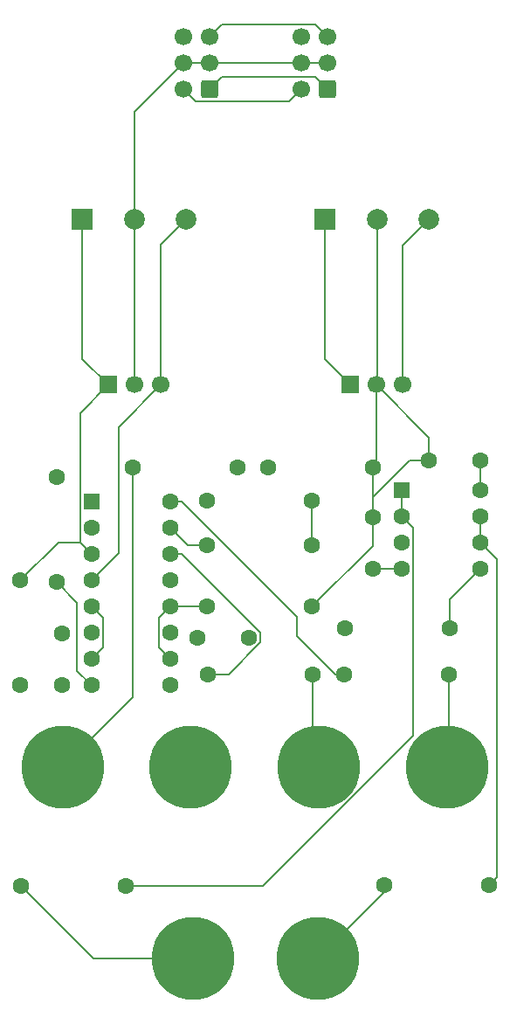
<source format=gbr>
%TF.GenerationSoftware,KiCad,Pcbnew,9.0.6*%
%TF.CreationDate,2026-01-21T23:26:13+11:00*%
%TF.ProjectId,voltage-controlled-amplifier,766f6c74-6167-4652-9d63-6f6e74726f6c,rev?*%
%TF.SameCoordinates,Original*%
%TF.FileFunction,Copper,L1,Top*%
%TF.FilePolarity,Positive*%
%FSLAX46Y46*%
G04 Gerber Fmt 4.6, Leading zero omitted, Abs format (unit mm)*
G04 Created by KiCad (PCBNEW 9.0.6) date 2026-01-21 23:26:13*
%MOMM*%
%LPD*%
G01*
G04 APERTURE LIST*
G04 Aperture macros list*
%AMRoundRect*
0 Rectangle with rounded corners*
0 $1 Rounding radius*
0 $2 $3 $4 $5 $6 $7 $8 $9 X,Y pos of 4 corners*
0 Add a 4 corners polygon primitive as box body*
4,1,4,$2,$3,$4,$5,$6,$7,$8,$9,$2,$3,0*
0 Add four circle primitives for the rounded corners*
1,1,$1+$1,$2,$3*
1,1,$1+$1,$4,$5*
1,1,$1+$1,$6,$7*
1,1,$1+$1,$8,$9*
0 Add four rect primitives between the rounded corners*
20,1,$1+$1,$2,$3,$4,$5,0*
20,1,$1+$1,$4,$5,$6,$7,0*
20,1,$1+$1,$6,$7,$8,$9,0*
20,1,$1+$1,$8,$9,$2,$3,0*%
G04 Aperture macros list end*
%TA.AperFunction,ComponentPad*%
%ADD10C,1.700000*%
%TD*%
%TA.AperFunction,ComponentPad*%
%ADD11RoundRect,0.250000X0.600000X0.600000X-0.600000X0.600000X-0.600000X-0.600000X0.600000X-0.600000X0*%
%TD*%
%TA.AperFunction,ComponentPad*%
%ADD12C,8.000000*%
%TD*%
%TA.AperFunction,ComponentPad*%
%ADD13C,1.600000*%
%TD*%
%TA.AperFunction,ComponentPad*%
%ADD14RoundRect,0.250000X-0.550000X-0.550000X0.550000X-0.550000X0.550000X0.550000X-0.550000X0.550000X0*%
%TD*%
%TA.AperFunction,ComponentPad*%
%ADD15R,1.700000X1.700000*%
%TD*%
%TA.AperFunction,ComponentPad*%
%ADD16R,2.000000X2.000000*%
%TD*%
%TA.AperFunction,ComponentPad*%
%ADD17C,2.000000*%
%TD*%
%TA.AperFunction,Conductor*%
%ADD18C,0.200000*%
%TD*%
G04 APERTURE END LIST*
D10*
%TO.P,J2,6,Pin_6*%
%TO.N,unconnected-(J2-Pin_6-Pad6)*%
X79198158Y-50724480D03*
%TO.P,J2,5,Pin_5*%
%TO.N,5V*%
X81738158Y-50724480D03*
%TO.P,J2,4,Pin_4*%
%TO.N,GND*%
X79198158Y-53264480D03*
%TO.P,J2,3,Pin_3*%
X81738158Y-53264480D03*
%TO.P,J2,2,Pin_2*%
%TO.N,-12V*%
X79198158Y-55804480D03*
D11*
%TO.P,J2,1,Pin_1*%
%TO.N,12V*%
X81738158Y-55804480D03*
%TD*%
D12*
%TO.P,J8,1,Pin_1*%
%TO.N,Net-(J8-Pin_1)*%
X80909369Y-121539141D03*
%TD*%
D13*
%TO.P,R12,1*%
%TO.N,Net-(U2B--)*%
X97429118Y-132963937D03*
%TO.P,R12,2*%
%TO.N,Net-(J10-Pin_1)*%
X87269118Y-132963937D03*
%TD*%
%TO.P,R7,1*%
%TO.N,12V*%
X80211822Y-100000000D03*
%TO.P,R7,2*%
%TO.N,Net-(U1A-DIODE_BIAS)*%
X70051822Y-100000000D03*
%TD*%
D12*
%TO.P,J10,1,Pin_1*%
%TO.N,Net-(J10-Pin_1)*%
X80836603Y-140031574D03*
%TD*%
D11*
%TO.P,J1,1,Pin_1*%
%TO.N,12V*%
X70351278Y-55804480D03*
D10*
%TO.P,J1,2,Pin_2*%
%TO.N,-12V*%
X67811278Y-55804480D03*
%TO.P,J1,3,Pin_3*%
%TO.N,GND*%
X70351278Y-53264480D03*
%TO.P,J1,4,Pin_4*%
X67811278Y-53264480D03*
%TO.P,J1,5,Pin_5*%
%TO.N,5V*%
X70351278Y-50724480D03*
%TO.P,J1,6,Pin_6*%
%TO.N,unconnected-(J1-Pin_6-Pad6)*%
X67811278Y-50724480D03*
%TD*%
D13*
%TO.P,R3,1*%
%TO.N,Net-(R3-Pad1)*%
X73080000Y-92500000D03*
%TO.P,R3,2*%
%TO.N,Net-(J5-Pin_1)*%
X62920000Y-92500000D03*
%TD*%
%TO.P,R5,1*%
%TO.N,Net-(U2A-+)*%
X55500000Y-103580000D03*
%TO.P,R5,2*%
%TO.N,-12V*%
X55500000Y-93420000D03*
%TD*%
D14*
%TO.P,U2,1*%
%TO.N,Net-(U2A--)*%
X89000000Y-94690000D03*
D13*
%TO.P,U2,2,-*%
X89000000Y-97230000D03*
%TO.P,U2,3,+*%
%TO.N,Net-(U2A-+)*%
X89000000Y-99770000D03*
%TO.P,U2,4,V-*%
%TO.N,-12V*%
X89000000Y-102310000D03*
%TO.P,U2,5,+*%
%TO.N,Net-(U2B-+)*%
X96620000Y-102310000D03*
%TO.P,U2,6,-*%
%TO.N,Net-(U2B--)*%
X96620000Y-99770000D03*
%TO.P,U2,7*%
X96620000Y-97230000D03*
%TO.P,U2,8,V+*%
%TO.N,12V*%
X96620000Y-94690000D03*
%TD*%
%TO.P,R9,1*%
%TO.N,GND*%
X80276970Y-105944623D03*
%TO.P,R9,2*%
%TO.N,Net-(R9-Pad2)*%
X70116970Y-105944623D03*
%TD*%
%TO.P,C1,1*%
%TO.N,GND*%
X74183846Y-108938969D03*
%TO.P,C1,2*%
%TO.N,12V*%
X69183846Y-108938969D03*
%TD*%
D15*
%TO.P,RV2,1,1*%
%TO.N,Net-(J7-Pin_1)*%
X83960000Y-84460000D03*
D10*
%TO.P,RV2,2,2*%
%TO.N,GND*%
X86500000Y-84460000D03*
%TO.P,RV2,3,3*%
%TO.N,Net-(J7-Pin_3)*%
X89040000Y-84460000D03*
%TD*%
D13*
%TO.P,R6,1*%
%TO.N,Net-(U2A--)*%
X62247323Y-133004329D03*
%TO.P,R6,2*%
%TO.N,Net-(J6-Pin_1)*%
X52087323Y-133004329D03*
%TD*%
D12*
%TO.P,J9,1,Pin_1*%
%TO.N,Net-(J9-Pin_1)*%
X93399066Y-121506150D03*
%TD*%
D13*
%TO.P,R10,1*%
%TO.N,Net-(R10-Pad1)*%
X83420000Y-112553862D03*
%TO.P,R10,2*%
%TO.N,Net-(J9-Pin_1)*%
X93580000Y-112553862D03*
%TD*%
D12*
%TO.P,J4,1,Pin_1*%
%TO.N,Net-(J4-Pin_1)*%
X68500000Y-121527566D03*
%TD*%
D16*
%TO.P,J7,1,Pin_1*%
%TO.N,Net-(J7-Pin_1)*%
X81500000Y-68395000D03*
D17*
%TO.P,J7,2,Pin_2*%
%TO.N,GND*%
X86580000Y-68395000D03*
%TO.P,J7,3,Pin_3*%
%TO.N,Net-(J7-Pin_3)*%
X91580000Y-68395000D03*
%TD*%
D13*
%TO.P,R11,1*%
%TO.N,Net-(U2B-+)*%
X93660000Y-108000000D03*
%TO.P,R11,2*%
%TO.N,-12V*%
X83500000Y-108000000D03*
%TD*%
%TO.P,R2,1*%
%TO.N,12V*%
X80211822Y-95706162D03*
%TO.P,R2,2*%
%TO.N,Net-(U1C-DIODE_BIAS)*%
X70051822Y-95706162D03*
%TD*%
D12*
%TO.P,J5,1,Pin_1*%
%TO.N,Net-(J5-Pin_1)*%
X56090755Y-121519656D03*
%TD*%
D13*
%TO.P,C4,1*%
%TO.N,-12V*%
X86156346Y-102289996D03*
%TO.P,C4,2*%
%TO.N,GND*%
X86156346Y-97289996D03*
%TD*%
%TO.P,C2,1*%
%TO.N,-12V*%
X55995297Y-108544862D03*
%TO.P,C2,2*%
%TO.N,GND*%
X55995297Y-113544862D03*
%TD*%
D16*
%TO.P,J3,1,Pin_1*%
%TO.N,Net-(J3-Pin_1)*%
X58009532Y-68395000D03*
D17*
%TO.P,J3,2,Pin_2*%
%TO.N,GND*%
X63089532Y-68395000D03*
%TO.P,J3,3,Pin_3*%
%TO.N,Net-(J3-Pin_3)*%
X68089532Y-68395000D03*
%TD*%
D13*
%TO.P,R1,1*%
%TO.N,Net-(J3-Pin_1)*%
X52000000Y-103420000D03*
%TO.P,R1,2*%
%TO.N,Net-(J4-Pin_1)*%
X52000000Y-113580000D03*
%TD*%
D12*
%TO.P,J6,1,Pin_1*%
%TO.N,Net-(J6-Pin_1)*%
X68711444Y-140022181D03*
%TD*%
D15*
%TO.P,RV1,1,1*%
%TO.N,Net-(J3-Pin_1)*%
X60545000Y-84460000D03*
D10*
%TO.P,RV1,2,2*%
%TO.N,GND*%
X63085000Y-84460000D03*
%TO.P,RV1,3,3*%
%TO.N,Net-(J3-Pin_3)*%
X65625000Y-84460000D03*
%TD*%
D13*
%TO.P,R8,1*%
%TO.N,Net-(J7-Pin_1)*%
X70180138Y-112493625D03*
%TO.P,R8,2*%
%TO.N,Net-(J8-Pin_1)*%
X80340138Y-112493625D03*
%TD*%
%TO.P,R4,1*%
%TO.N,GND*%
X86152534Y-92469898D03*
%TO.P,R4,2*%
%TO.N,Net-(R4-Pad2)*%
X75992534Y-92469898D03*
%TD*%
%TO.P,C3,1*%
%TO.N,GND*%
X91610297Y-91804394D03*
%TO.P,C3,2*%
%TO.N,12V*%
X96610297Y-91804394D03*
%TD*%
D14*
%TO.P,U1,1*%
%TO.N,Net-(R3-Pad1)*%
X58887798Y-95784530D03*
D13*
%TO.P,U1,2,DIODE_BIAS*%
%TO.N,Net-(U1C-DIODE_BIAS)*%
X58887798Y-98324530D03*
%TO.P,U1,3,+*%
%TO.N,Net-(J3-Pin_1)*%
X58887798Y-100864530D03*
%TO.P,U1,4,-*%
%TO.N,Net-(J3-Pin_3)*%
X58887798Y-103404530D03*
%TO.P,U1,5*%
%TO.N,Net-(R4-Pad2)*%
X58887798Y-105944530D03*
%TO.P,U1,6,V-*%
%TO.N,-12V*%
X58887798Y-108484530D03*
%TO.P,U1,7*%
%TO.N,Net-(R4-Pad2)*%
X58887798Y-111024530D03*
%TO.P,U1,8*%
%TO.N,Net-(U2A-+)*%
X58887798Y-113564530D03*
%TO.P,U1,9*%
%TO.N,Net-(U2B-+)*%
X66507798Y-113564530D03*
%TO.P,U1,10*%
%TO.N,Net-(R9-Pad2)*%
X66507798Y-111024530D03*
%TO.P,U1,11,V+*%
%TO.N,12V*%
X66507798Y-108484530D03*
%TO.P,U1,12*%
%TO.N,Net-(R9-Pad2)*%
X66507798Y-105944530D03*
%TO.P,U1,13,-*%
%TO.N,Net-(J7-Pin_3)*%
X66507798Y-103404530D03*
%TO.P,U1,14,+*%
%TO.N,Net-(J7-Pin_1)*%
X66507798Y-100864530D03*
%TO.P,U1,15,DIODE_BIAS*%
%TO.N,Net-(U1A-DIODE_BIAS)*%
X66507798Y-98324530D03*
%TO.P,U1,16*%
%TO.N,Net-(R10-Pad1)*%
X66507798Y-95784530D03*
%TD*%
D18*
%TO.N,-12V*%
X78047158Y-56955480D02*
X68962278Y-56955480D01*
X79198158Y-55804480D02*
X78047158Y-56955480D01*
X86156346Y-102289996D02*
X88979996Y-102289996D01*
X88979996Y-102289996D02*
X89000000Y-102310000D01*
X68962278Y-56955480D02*
X67811278Y-55804480D01*
X83500000Y-107810000D02*
X83500000Y-108000000D01*
%TO.N,GND*%
X67811278Y-53264480D02*
X70351278Y-53264480D01*
X86156346Y-92473710D02*
X86152534Y-92469898D01*
X63089532Y-68395000D02*
X63089532Y-57986226D01*
X63089532Y-84455468D02*
X63085000Y-84460000D01*
X91610297Y-89570297D02*
X91610297Y-91804394D01*
X86580000Y-84380000D02*
X86500000Y-84460000D01*
X63089532Y-57986226D02*
X67811278Y-53264480D01*
X86500000Y-84460000D02*
X86500000Y-92122432D01*
X86156346Y-95343654D02*
X86156346Y-97289996D01*
X79198158Y-53264480D02*
X81738158Y-53264480D01*
X86156346Y-100065247D02*
X80276970Y-105944623D01*
X89695606Y-91804394D02*
X86156346Y-95343654D01*
X70351278Y-53264480D02*
X79198158Y-53264480D01*
X86500000Y-84460000D02*
X91610297Y-89570297D01*
X86156346Y-97289996D02*
X86156346Y-92473710D01*
X86156346Y-97289996D02*
X86156346Y-100065247D01*
X91610297Y-91804394D02*
X89695606Y-91804394D01*
X86580000Y-68395000D02*
X86580000Y-84380000D01*
X63089532Y-68395000D02*
X63089532Y-84455468D01*
X86500000Y-92122432D02*
X86152534Y-92469898D01*
%TO.N,12V*%
X70351278Y-55804480D02*
X71502278Y-54653480D01*
X71502278Y-54653480D02*
X80587158Y-54653480D01*
X80587158Y-54653480D02*
X81738158Y-55804480D01*
X80211822Y-95706162D02*
X80211822Y-100000000D01*
X96620000Y-91814097D02*
X96610297Y-91804394D01*
X96620000Y-94690000D02*
X96620000Y-91814097D01*
%TO.N,5V*%
X80587158Y-49573480D02*
X81738158Y-50724480D01*
X70351278Y-50724480D02*
X71502278Y-49573480D01*
X71502278Y-49573480D02*
X80587158Y-49573480D01*
%TO.N,Net-(J3-Pin_3)*%
X61500000Y-88585000D02*
X61500000Y-100792328D01*
X65625000Y-70859532D02*
X65625000Y-84460000D01*
X65625000Y-84460000D02*
X61500000Y-88585000D01*
X68089532Y-68395000D02*
X65625000Y-70859532D01*
X61500000Y-100792328D02*
X58887798Y-103404530D01*
%TO.N,Net-(J3-Pin_1)*%
X55656470Y-99763530D02*
X57786798Y-99763530D01*
X57786798Y-99763530D02*
X58887798Y-100864530D01*
X57786798Y-87218202D02*
X57786798Y-99763530D01*
X60545000Y-84460000D02*
X57786798Y-87218202D01*
X58009532Y-81924532D02*
X60545000Y-84460000D01*
X52000000Y-103420000D02*
X55656470Y-99763530D01*
X58009532Y-68395000D02*
X58009532Y-81924532D01*
%TO.N,Net-(J5-Pin_1)*%
X62920000Y-114690411D02*
X56090755Y-121519656D01*
X62920000Y-92500000D02*
X62920000Y-114690411D01*
%TO.N,Net-(J6-Pin_1)*%
X68711444Y-140022181D02*
X59105175Y-140022181D01*
X59105175Y-140022181D02*
X52087323Y-133004329D01*
%TO.N,Net-(J7-Pin_1)*%
X66507798Y-100864530D02*
X67666457Y-100864530D01*
X81500000Y-82000000D02*
X83960000Y-84460000D01*
X75284846Y-109395019D02*
X72186240Y-112493625D01*
X67666457Y-100864530D02*
X75284846Y-108482919D01*
X75284846Y-108482919D02*
X75284846Y-109395019D01*
X81500000Y-68395000D02*
X81500000Y-82000000D01*
X72186240Y-112493625D02*
X70180138Y-112493625D01*
%TO.N,Net-(J7-Pin_3)*%
X89040000Y-70935000D02*
X89040000Y-84460000D01*
X91580000Y-68395000D02*
X89040000Y-70935000D01*
%TO.N,Net-(J8-Pin_1)*%
X80340138Y-120969910D02*
X80909369Y-121539141D01*
X80340138Y-112493625D02*
X80340138Y-120969910D01*
%TO.N,Net-(J9-Pin_1)*%
X93580000Y-120393376D02*
X92456848Y-121516528D01*
X93580000Y-112553862D02*
X93580000Y-121325216D01*
X93580000Y-121325216D02*
X93399066Y-121506150D01*
%TO.N,Net-(J10-Pin_1)*%
X87269118Y-133599059D02*
X87269118Y-132963937D01*
X80836603Y-140031574D02*
X87269118Y-133599059D01*
%TO.N,Net-(R4-Pad2)*%
X59988798Y-107045530D02*
X59988798Y-109923530D01*
X58887798Y-105944530D02*
X59988798Y-107045530D01*
X59988798Y-109923530D02*
X58887798Y-111024530D01*
%TO.N,Net-(U2A-+)*%
X57500000Y-105580000D02*
X57500000Y-112176732D01*
X55500000Y-103580000D02*
X57500000Y-105580000D01*
X57500000Y-112176732D02*
X58887798Y-113564530D01*
%TO.N,Net-(U1A-DIODE_BIAS)*%
X68183268Y-100000000D02*
X66507798Y-98324530D01*
X70051822Y-100000000D02*
X68183268Y-100000000D01*
%TO.N,Net-(R9-Pad2)*%
X66507798Y-105944530D02*
X66944530Y-105944530D01*
X66944530Y-105944530D02*
X66944623Y-105944623D01*
X65406798Y-107045530D02*
X66507798Y-105944530D01*
X65406798Y-109923530D02*
X65406798Y-107045530D01*
X66507798Y-111024530D02*
X65406798Y-109923530D01*
X66944623Y-105944623D02*
X70116970Y-105944623D01*
%TO.N,Net-(R10-Pad1)*%
X78767001Y-106912363D02*
X78767001Y-108767001D01*
X78767001Y-108767001D02*
X82553862Y-112553862D01*
X82553862Y-112553862D02*
X83420000Y-112553862D01*
X67639168Y-95784530D02*
X78767001Y-106912363D01*
X66507798Y-95784530D02*
X67639168Y-95784530D01*
%TO.N,Net-(U2A--)*%
X89000000Y-97230000D02*
X89000000Y-94690000D01*
X90101000Y-98331000D02*
X89000000Y-97230000D01*
X75526714Y-133004329D02*
X90101000Y-118430043D01*
X90101000Y-118430043D02*
X90101000Y-98331000D01*
X62247323Y-133004329D02*
X75526714Y-133004329D01*
%TO.N,Net-(U2B-+)*%
X93660000Y-105270000D02*
X96620000Y-102310000D01*
X93660000Y-108000000D02*
X93660000Y-105270000D01*
%TO.N,Net-(U2B--)*%
X96620000Y-99770000D02*
X96620000Y-97230000D01*
X98229117Y-132163938D02*
X98229117Y-101379117D01*
X98229117Y-101379117D02*
X96620000Y-99770000D01*
X97429118Y-132963937D02*
X98229117Y-132163938D01*
%TD*%
M02*

</source>
